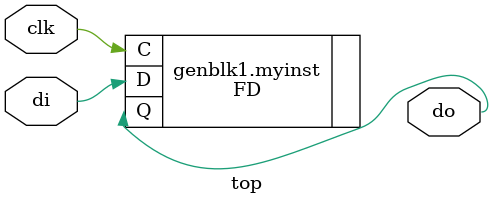
<source format=v>
module top (
    input   clk,
    input   di,
    output  do
);
    
  parameter TEST_COND = 1;

  generate
  
      if (TEST_COND) begin
          FD myinst (.C(clk), .D(di), .Q(do));  // Post-synthesis name : myinst
      end
  
  endgenerate

endmodule

</source>
